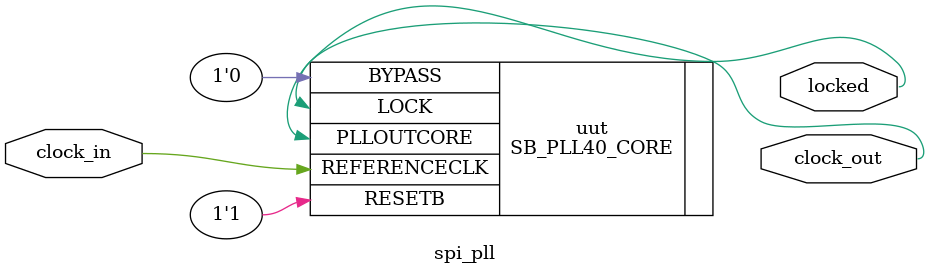
<source format=v>
/**
 * PLL configuration
 *
 * This Verilog module was generated automatically
 * using the icepll tool from the IceStorm project.
 * Use at your own risk.
 *
 * Given input frequency:        12.000 MHz
 * Requested output frequency:  140.000 MHz
 * Achieved output frequency:   141.000 MHz
 */

module spi_pll(
	input  clock_in,
	output clock_out,
	output locked
	);

SB_PLL40_CORE #(
		.FEEDBACK_PATH("SIMPLE"),
		.DIVR(4'b0000),		// DIVR =  0
		.DIVF(7'b0101110),	// DIVF = 46
		.DIVQ(3'b010),		// DIVQ =  2
		.FILTER_RANGE(3'b001)	// FILTER_RANGE = 1
	) uut (
		.LOCK(locked),
		.RESETB(1'b1),
		.BYPASS(1'b0),
		.REFERENCECLK(clock_in),
		.PLLOUTCORE(clock_out)
		);

endmodule

</source>
